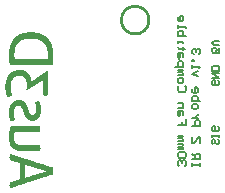
<source format=gbo>
G04 Layer_Color=32896*
%FSLAX43Y43*%
%MOMM*%
G71*
G01*
G75*
%ADD24C,0.254*%
%ADD28C,0.150*%
G36*
X5712Y10235D02*
X5738Y10232D01*
X5761Y10230D01*
X5780Y10228D01*
X5796Y10225D01*
X5806Y10223D01*
X5808D01*
X5857Y10214D01*
X5880Y10209D01*
X5899Y10205D01*
X5915Y10198D01*
X5929Y10195D01*
X5936Y10191D01*
X5939D01*
X5981Y10170D01*
X5999Y10160D01*
X6016Y10151D01*
X6030Y10144D01*
X6039Y10137D01*
X6046Y10135D01*
X6048Y10132D01*
X6083Y10109D01*
X6111Y10088D01*
X6123Y10079D01*
X6132Y10072D01*
X6137Y10067D01*
X6139Y10065D01*
X6169Y10034D01*
X6193Y10006D01*
X6202Y9995D01*
X6209Y9985D01*
X6214Y9981D01*
X6216Y9978D01*
X6242Y9943D01*
X6263Y9911D01*
X6270Y9897D01*
X6277Y9885D01*
X6279Y9878D01*
X6281Y9876D01*
X6300Y9836D01*
X6309Y9817D01*
X6316Y9799D01*
X6323Y9785D01*
X6328Y9773D01*
X6333Y9766D01*
Y9764D01*
X6349Y9722D01*
X6356Y9701D01*
X6361Y9685D01*
X6368Y9668D01*
X6370Y9657D01*
X6375Y9650D01*
Y9647D01*
X6384Y9624D01*
X6389Y9605D01*
X6393Y9594D01*
X6396Y9587D01*
Y9582D01*
X6398Y9577D01*
X6400Y9570D01*
X6403Y9561D01*
X6412Y9538D01*
X6424Y9507D01*
X6433Y9477D01*
X6442Y9451D01*
X6447Y9442D01*
X6449Y9433D01*
X6452Y9428D01*
Y9426D01*
X6461Y9393D01*
X6470Y9365D01*
X6475Y9353D01*
X6477Y9344D01*
X6480Y9339D01*
Y9337D01*
X6494Y9307D01*
X6503Y9281D01*
X6508Y9269D01*
X6510Y9262D01*
X6512Y9258D01*
Y9255D01*
X6524Y9228D01*
X6533Y9204D01*
X6538Y9195D01*
X6542Y9188D01*
X6545Y9183D01*
Y9181D01*
X6559Y9158D01*
X6573Y9137D01*
X6582Y9123D01*
X6584Y9120D01*
Y9118D01*
X6601Y9095D01*
X6615Y9078D01*
X6626Y9067D01*
X6631Y9062D01*
X6650Y9046D01*
X6668Y9034D01*
X6682Y9025D01*
X6685Y9022D01*
X6687D01*
X6710Y9011D01*
X6731Y9001D01*
X6748Y8997D01*
X6750Y8994D01*
X6752D01*
X6780Y8990D01*
X6806Y8987D01*
X6815Y8985D01*
X6832D01*
X6862Y8987D01*
X6890Y8992D01*
X6913Y8997D01*
X6934Y9004D01*
X6951Y9011D01*
X6965Y9018D01*
X6972Y9020D01*
X6974Y9022D01*
X6995Y9039D01*
X7013Y9055D01*
X7027Y9074D01*
X7041Y9090D01*
X7051Y9106D01*
X7058Y9118D01*
X7062Y9127D01*
X7065Y9130D01*
X7086Y9186D01*
X7093Y9211D01*
X7100Y9235D01*
X7107Y9255D01*
X7111Y9272D01*
X7114Y9281D01*
Y9286D01*
X7123Y9349D01*
X7125Y9377D01*
X7128Y9405D01*
X7130Y9428D01*
Y9444D01*
Y9456D01*
Y9461D01*
Y9493D01*
X7128Y9524D01*
Y9554D01*
X7125Y9580D01*
X7123Y9601D01*
Y9617D01*
X7121Y9626D01*
Y9631D01*
X7111Y9689D01*
X7107Y9717D01*
X7102Y9741D01*
X7097Y9761D01*
X7095Y9775D01*
X7090Y9787D01*
Y9789D01*
X7079Y9845D01*
X7072Y9869D01*
X7067Y9890D01*
X7062Y9908D01*
X7058Y9922D01*
X7055Y9932D01*
Y9934D01*
X7041Y9981D01*
X7034Y10002D01*
X7027Y10020D01*
X7023Y10037D01*
X7018Y10048D01*
X7016Y10055D01*
Y10058D01*
X7048Y10072D01*
X7076Y10083D01*
X7088Y10086D01*
X7097Y10090D01*
X7102Y10093D01*
X7104D01*
X7139Y10104D01*
X7170Y10116D01*
X7181Y10118D01*
X7191Y10121D01*
X7198Y10123D01*
X7200D01*
X7237Y10132D01*
X7254Y10137D01*
X7270Y10139D01*
X7282Y10142D01*
X7291Y10144D01*
X7298Y10146D01*
X7300D01*
X7338Y10153D01*
X7370Y10158D01*
X7384Y10160D01*
X7394Y10163D01*
X7403D01*
X7419Y10107D01*
X7429Y10081D01*
X7436Y10058D01*
X7440Y10037D01*
X7445Y10020D01*
X7450Y10011D01*
Y10006D01*
X7466Y9946D01*
X7473Y9915D01*
X7477Y9887D01*
X7484Y9864D01*
X7487Y9845D01*
X7491Y9834D01*
Y9829D01*
X7503Y9761D01*
X7508Y9729D01*
X7512Y9701D01*
X7515Y9675D01*
X7517Y9657D01*
X7519Y9645D01*
Y9640D01*
X7524Y9570D01*
Y9535D01*
X7526Y9507D01*
Y9482D01*
Y9461D01*
Y9449D01*
Y9447D01*
Y9444D01*
X7524Y9358D01*
X7519Y9281D01*
X7515Y9244D01*
X7510Y9209D01*
X7505Y9179D01*
X7503Y9148D01*
X7498Y9123D01*
X7494Y9099D01*
X7489Y9078D01*
X7484Y9062D01*
X7482Y9048D01*
X7480Y9039D01*
X7477Y9032D01*
Y9029D01*
X7457Y8964D01*
X7433Y8906D01*
X7408Y8854D01*
X7382Y8810D01*
X7361Y8775D01*
X7352Y8761D01*
X7342Y8750D01*
X7335Y8738D01*
X7331Y8731D01*
X7328Y8729D01*
X7326Y8726D01*
X7286Y8682D01*
X7247Y8645D01*
X7207Y8614D01*
X7170Y8589D01*
X7137Y8568D01*
X7111Y8554D01*
X7102Y8549D01*
X7095Y8544D01*
X7090Y8542D01*
X7088D01*
X7037Y8521D01*
X6983Y8507D01*
X6932Y8495D01*
X6883Y8488D01*
X6843Y8484D01*
X6825D01*
X6811Y8481D01*
X6780D01*
X6734Y8484D01*
X6692Y8486D01*
X6654Y8493D01*
X6619Y8500D01*
X6591Y8505D01*
X6573Y8512D01*
X6559Y8514D01*
X6556Y8516D01*
X6554D01*
X6517Y8533D01*
X6482Y8549D01*
X6452Y8568D01*
X6426Y8586D01*
X6405Y8603D01*
X6389Y8617D01*
X6379Y8626D01*
X6375Y8628D01*
X6347Y8656D01*
X6321Y8689D01*
X6298Y8719D01*
X6277Y8750D01*
X6258Y8778D01*
X6244Y8798D01*
X6235Y8812D01*
X6232Y8815D01*
Y8817D01*
X6207Y8864D01*
X6183Y8910D01*
X6160Y8957D01*
X6141Y9001D01*
X6127Y9039D01*
X6120Y9055D01*
X6113Y9069D01*
X6111Y9078D01*
X6106Y9088D01*
X6104Y9092D01*
Y9095D01*
X6097Y9113D01*
X6090Y9130D01*
X6088Y9139D01*
X6085Y9144D01*
X6083Y9148D01*
X6081Y9151D01*
Y9155D01*
X6076Y9165D01*
X6069Y9183D01*
X6060Y9207D01*
X6053Y9230D01*
X6043Y9251D01*
X6039Y9267D01*
X6036Y9269D01*
Y9272D01*
X6025Y9307D01*
X6016Y9337D01*
X6013Y9351D01*
X6009Y9360D01*
X6006Y9365D01*
Y9367D01*
X5995Y9400D01*
X5985Y9428D01*
X5983Y9437D01*
X5978Y9447D01*
X5976Y9451D01*
Y9454D01*
X5962Y9484D01*
X5950Y9507D01*
X5946Y9517D01*
X5941Y9524D01*
X5939Y9526D01*
Y9528D01*
X5922Y9554D01*
X5911Y9577D01*
X5904Y9587D01*
X5901Y9594D01*
X5897Y9596D01*
Y9598D01*
X5878Y9622D01*
X5862Y9638D01*
X5850Y9650D01*
X5848Y9654D01*
X5845D01*
X5824Y9673D01*
X5806Y9687D01*
X5789Y9696D01*
X5787Y9699D01*
X5785D01*
X5761Y9713D01*
X5738Y9722D01*
X5726Y9724D01*
X5719Y9727D01*
X5715Y9729D01*
X5712D01*
X5680Y9733D01*
X5649Y9736D01*
X5617D01*
X5584Y9733D01*
X5556Y9731D01*
X5547Y9729D01*
X5538D01*
X5533Y9727D01*
X5531D01*
X5500Y9715D01*
X5477Y9703D01*
X5468Y9699D01*
X5463Y9694D01*
X5458Y9692D01*
X5456Y9689D01*
X5430Y9671D01*
X5407Y9652D01*
X5398Y9645D01*
X5391Y9638D01*
X5388Y9636D01*
X5386Y9633D01*
X5363Y9610D01*
X5346Y9587D01*
X5339Y9577D01*
X5335Y9570D01*
X5330Y9566D01*
Y9563D01*
X5314Y9533D01*
X5300Y9505D01*
X5295Y9493D01*
X5290Y9484D01*
X5288Y9479D01*
Y9477D01*
X5274Y9442D01*
X5265Y9412D01*
X5260Y9398D01*
X5258Y9388D01*
X5255Y9381D01*
Y9379D01*
X5246Y9339D01*
X5244Y9321D01*
X5241Y9304D01*
X5239Y9290D01*
X5237Y9279D01*
Y9272D01*
Y9269D01*
X5234Y9230D01*
Y9211D01*
X5232Y9193D01*
Y9179D01*
Y9167D01*
Y9160D01*
Y9158D01*
X5234Y9097D01*
Y9071D01*
X5237Y9046D01*
Y9025D01*
X5239Y9008D01*
Y8999D01*
Y8994D01*
X5246Y8934D01*
X5251Y8908D01*
X5253Y8882D01*
X5258Y8861D01*
X5260Y8845D01*
X5262Y8836D01*
Y8831D01*
X5276Y8773D01*
X5283Y8745D01*
X5288Y8722D01*
X5293Y8703D01*
X5297Y8689D01*
X5300Y8677D01*
Y8675D01*
X5318Y8621D01*
X5325Y8596D01*
X5335Y8575D01*
X5342Y8556D01*
X5346Y8542D01*
X5349Y8533D01*
X5351Y8530D01*
X5314Y8516D01*
X5295Y8509D01*
X5281Y8505D01*
X5267Y8500D01*
X5258Y8495D01*
X5251Y8493D01*
X5248D01*
X5211Y8479D01*
X5195Y8474D01*
X5178Y8470D01*
X5167Y8465D01*
X5157Y8460D01*
X5150Y8458D01*
X5148D01*
X5108Y8446D01*
X5092Y8442D01*
X5076Y8437D01*
X5062Y8435D01*
X5053Y8432D01*
X5046Y8430D01*
X5043D01*
X5006Y8423D01*
X4976Y8421D01*
X4962Y8418D01*
X4952Y8416D01*
X4943D01*
X4922Y8474D01*
X4915Y8502D01*
X4908Y8526D01*
X4901Y8549D01*
X4896Y8565D01*
X4894Y8575D01*
Y8579D01*
X4878Y8642D01*
X4871Y8670D01*
X4866Y8698D01*
X4861Y8722D01*
X4857Y8738D01*
X4854Y8750D01*
Y8754D01*
X4843Y8824D01*
X4838Y8857D01*
X4836Y8887D01*
X4831Y8913D01*
Y8931D01*
X4829Y8945D01*
Y8950D01*
X4824Y9032D01*
Y9069D01*
X4822Y9104D01*
Y9132D01*
Y9155D01*
Y9165D01*
Y9172D01*
Y9174D01*
Y9176D01*
Y9221D01*
X4824Y9262D01*
X4826Y9302D01*
X4829Y9335D01*
X4831Y9363D01*
X4833Y9384D01*
X4836Y9398D01*
Y9402D01*
X4843Y9442D01*
X4850Y9482D01*
X4857Y9517D01*
X4866Y9547D01*
X4873Y9573D01*
X4878Y9594D01*
X4880Y9605D01*
X4882Y9610D01*
X4894Y9647D01*
X4906Y9680D01*
X4920Y9713D01*
X4929Y9738D01*
X4941Y9761D01*
X4948Y9778D01*
X4952Y9787D01*
X4955Y9792D01*
X4971Y9822D01*
X4987Y9852D01*
X5004Y9878D01*
X5018Y9901D01*
X5032Y9920D01*
X5041Y9934D01*
X5048Y9943D01*
X5050Y9946D01*
X5071Y9971D01*
X5092Y9997D01*
X5113Y10018D01*
X5132Y10037D01*
X5146Y10051D01*
X5157Y10062D01*
X5167Y10069D01*
X5169Y10072D01*
X5220Y10107D01*
X5244Y10123D01*
X5265Y10137D01*
X5283Y10146D01*
X5300Y10156D01*
X5309Y10160D01*
X5311Y10163D01*
X5370Y10188D01*
X5398Y10198D01*
X5423Y10205D01*
X5444Y10212D01*
X5461Y10216D01*
X5470Y10219D01*
X5475D01*
X5540Y10230D01*
X5570Y10232D01*
X5596Y10235D01*
X5619Y10237D01*
X5684D01*
X5712Y10235D01*
D02*
G37*
G36*
X7473Y8020D02*
X7475Y8001D01*
X7477Y7987D01*
Y7985D01*
Y7982D01*
X7480Y7959D01*
Y7938D01*
X7482Y7929D01*
Y7924D01*
Y7919D01*
Y7917D01*
X7484Y7894D01*
Y7873D01*
Y7859D01*
Y7856D01*
Y7854D01*
X7487Y7833D01*
X7489Y7814D01*
Y7801D01*
Y7798D01*
Y7796D01*
Y7773D01*
X7487Y7754D01*
X7484Y7740D01*
Y7738D01*
Y7735D01*
Y7712D01*
Y7693D01*
X7482Y7677D01*
Y7675D01*
Y7672D01*
X7480Y7647D01*
Y7626D01*
X7477Y7612D01*
Y7609D01*
Y7607D01*
X7475Y7584D01*
X7470Y7565D01*
X7468Y7553D01*
Y7551D01*
Y7549D01*
X5295D01*
X5276Y7479D01*
X5269Y7444D01*
X5265Y7413D01*
X5260Y7385D01*
X5255Y7364D01*
X5253Y7350D01*
Y7348D01*
Y7346D01*
X5246Y7264D01*
X5244Y7225D01*
Y7187D01*
X5241Y7155D01*
Y7131D01*
Y7122D01*
Y7115D01*
Y7110D01*
Y7108D01*
X5244Y7047D01*
Y7019D01*
X5246Y6996D01*
Y6975D01*
X5248Y6961D01*
Y6952D01*
Y6947D01*
X5253Y6919D01*
X5258Y6893D01*
X5262Y6870D01*
X5267Y6849D01*
X5269Y6831D01*
X5274Y6819D01*
X5276Y6810D01*
Y6807D01*
X5290Y6761D01*
X5300Y6740D01*
X5307Y6721D01*
X5314Y6705D01*
X5321Y6693D01*
X5323Y6686D01*
X5325Y6684D01*
X5351Y6646D01*
X5363Y6628D01*
X5374Y6614D01*
X5384Y6602D01*
X5393Y6593D01*
X5398Y6586D01*
X5400Y6583D01*
X5437Y6553D01*
X5472Y6527D01*
X5489Y6518D01*
X5500Y6511D01*
X5507Y6506D01*
X5510Y6504D01*
X5558Y6481D01*
X5582Y6471D01*
X5603Y6462D01*
X5624Y6457D01*
X5638Y6453D01*
X5647Y6448D01*
X5652D01*
X5712Y6432D01*
X5743Y6427D01*
X5771Y6422D01*
X5794Y6418D01*
X5813Y6415D01*
X5824Y6413D01*
X5829D01*
X5906Y6408D01*
X5943Y6406D01*
X5978D01*
X6009Y6404D01*
X7468D01*
X7473Y6380D01*
X7475Y6362D01*
X7477Y6348D01*
Y6346D01*
Y6343D01*
X7480Y6320D01*
Y6299D01*
X7482Y6283D01*
Y6280D01*
Y6278D01*
X7484Y6252D01*
Y6229D01*
Y6220D01*
Y6213D01*
Y6210D01*
Y6208D01*
X7487Y6187D01*
X7489Y6168D01*
Y6154D01*
Y6152D01*
Y6150D01*
Y6131D01*
X7487Y6112D01*
X7484Y6098D01*
Y6096D01*
Y6094D01*
Y6073D01*
Y6052D01*
X7482Y6042D01*
Y6035D01*
Y6031D01*
Y6028D01*
X7480Y5998D01*
X7475Y5972D01*
X7473Y5951D01*
Y5935D01*
X7470Y5921D01*
X7468Y5909D01*
Y5905D01*
Y5902D01*
X6032D01*
X5960Y5905D01*
X5894Y5907D01*
X5836Y5912D01*
X5785Y5916D01*
X5761Y5919D01*
X5740Y5921D01*
X5724D01*
X5710Y5923D01*
X5698Y5926D01*
X5689Y5928D01*
X5682D01*
X5626Y5937D01*
X5572Y5949D01*
X5526Y5961D01*
X5486Y5972D01*
X5454Y5982D01*
X5428Y5991D01*
X5419Y5993D01*
X5412Y5996D01*
X5409Y5998D01*
X5407D01*
X5365Y6017D01*
X5323Y6035D01*
X5288Y6054D01*
X5258Y6073D01*
X5232Y6089D01*
X5213Y6101D01*
X5202Y6110D01*
X5197Y6112D01*
X5164Y6138D01*
X5134Y6164D01*
X5106Y6187D01*
X5083Y6210D01*
X5064Y6229D01*
X5050Y6245D01*
X5041Y6255D01*
X5039Y6259D01*
X5015Y6292D01*
X4994Y6322D01*
X4976Y6353D01*
X4959Y6380D01*
X4948Y6404D01*
X4936Y6422D01*
X4931Y6434D01*
X4929Y6439D01*
X4901Y6513D01*
X4889Y6548D01*
X4880Y6581D01*
X4873Y6607D01*
X4868Y6628D01*
X4864Y6642D01*
Y6646D01*
X4857Y6688D01*
X4850Y6728D01*
X4845Y6768D01*
X4840Y6803D01*
X4836Y6831D01*
X4833Y6854D01*
Y6861D01*
X4831Y6868D01*
Y6870D01*
Y6872D01*
X4829Y6917D01*
X4826Y6961D01*
X4824Y7001D01*
Y7038D01*
X4822Y7071D01*
Y7094D01*
Y7103D01*
Y7110D01*
Y7113D01*
Y7115D01*
Y7164D01*
X4824Y7211D01*
Y7253D01*
X4826Y7292D01*
X4829Y7325D01*
Y7350D01*
X4831Y7360D01*
Y7367D01*
Y7369D01*
Y7371D01*
X4836Y7418D01*
X4843Y7462D01*
X4847Y7504D01*
X4854Y7542D01*
X4859Y7574D01*
X4864Y7598D01*
Y7607D01*
X4866Y7614D01*
Y7616D01*
Y7619D01*
X4875Y7665D01*
X4882Y7707D01*
X4892Y7747D01*
X4899Y7780D01*
X4903Y7810D01*
X4908Y7831D01*
X4913Y7845D01*
Y7849D01*
X4922Y7887D01*
X4931Y7922D01*
X4941Y7954D01*
X4948Y7985D01*
X4952Y8008D01*
X4957Y8024D01*
X4962Y8036D01*
Y8041D01*
X7468D01*
X7473Y8020D01*
D02*
G37*
G36*
X4924Y5681D02*
X4962Y5669D01*
X4997Y5658D01*
X5027Y5648D01*
X5050Y5641D01*
X5069Y5634D01*
X5080Y5632D01*
X5085Y5630D01*
X5118Y5620D01*
X5148Y5611D01*
X5174Y5602D01*
X5197Y5595D01*
X5218Y5590D01*
X5232Y5585D01*
X5241Y5581D01*
X5244D01*
X5302Y5562D01*
X5351Y5543D01*
X5393Y5529D01*
X5428Y5520D01*
X5454Y5511D01*
X5472Y5504D01*
X5484Y5501D01*
X5489Y5499D01*
X5521Y5487D01*
X5554Y5478D01*
X5586Y5466D01*
X5619Y5457D01*
X5645Y5448D01*
X5666Y5441D01*
X5680Y5436D01*
X5682Y5434D01*
X5684D01*
X5712Y5427D01*
X5738Y5420D01*
X5747Y5415D01*
X5757Y5413D01*
X5761Y5410D01*
X5764D01*
X5799Y5399D01*
X5829Y5387D01*
X5843Y5385D01*
X5852Y5380D01*
X5859Y5378D01*
X5862D01*
X5904Y5364D01*
X5925Y5359D01*
X5943Y5352D01*
X5960Y5348D01*
X5971Y5343D01*
X5981Y5338D01*
X5983D01*
X6034Y5322D01*
X6060Y5313D01*
X6083Y5306D01*
X6102Y5299D01*
X6118Y5294D01*
X6127Y5292D01*
X6132Y5289D01*
X6183Y5273D01*
X6235Y5257D01*
X6286Y5240D01*
X6335Y5224D01*
X6377Y5212D01*
X6396Y5205D01*
X6410Y5201D01*
X6424Y5196D01*
X6433Y5194D01*
X6438Y5191D01*
X6440D01*
X6508Y5168D01*
X6580Y5145D01*
X6647Y5124D01*
X6713Y5103D01*
X6743Y5093D01*
X6769Y5084D01*
X6792Y5075D01*
X6813Y5070D01*
X6829Y5063D01*
X6843Y5058D01*
X6850Y5056D01*
X6853D01*
X6911Y5037D01*
X6969Y5019D01*
X7088Y4979D01*
X7207Y4942D01*
X7263Y4923D01*
X7317Y4905D01*
X7368Y4888D01*
X7412Y4874D01*
X7454Y4860D01*
X7489Y4849D01*
X7517Y4839D01*
X7538Y4835D01*
X7552Y4830D01*
X7557Y4828D01*
X7634Y4802D01*
X7715Y4776D01*
X7876Y4723D01*
X7958Y4697D01*
X8037Y4671D01*
X8112Y4648D01*
X8184Y4625D01*
X8252Y4601D01*
X8315Y4583D01*
X8368Y4564D01*
X8417Y4550D01*
X8438Y4543D01*
X8454Y4536D01*
X8471Y4531D01*
X8485Y4527D01*
X8494Y4524D01*
X8501Y4522D01*
X8506Y4520D01*
X8508D01*
X8513Y4494D01*
X8515Y4471D01*
Y4461D01*
X8517Y4454D01*
Y4452D01*
Y4450D01*
X8520Y4422D01*
Y4399D01*
X8522Y4387D01*
Y4380D01*
Y4375D01*
Y4373D01*
X8524Y4345D01*
Y4322D01*
Y4312D01*
Y4305D01*
Y4301D01*
Y4298D01*
X8527Y4273D01*
Y4249D01*
Y4240D01*
Y4233D01*
Y4228D01*
Y4226D01*
Y4198D01*
Y4175D01*
X8524Y4163D01*
Y4156D01*
Y4151D01*
Y4149D01*
Y4121D01*
Y4095D01*
X8522Y4086D01*
Y4079D01*
Y4074D01*
Y4072D01*
X8520Y4044D01*
Y4021D01*
X8517Y4011D01*
Y4004D01*
Y4000D01*
Y3997D01*
X8515Y3972D01*
X8510Y3951D01*
X8508Y3935D01*
Y3932D01*
Y3930D01*
X8466Y3916D01*
X8427Y3904D01*
X8392Y3893D01*
X8361Y3883D01*
X8338Y3874D01*
X8319Y3867D01*
X8308Y3865D01*
X8303Y3862D01*
X8270Y3853D01*
X8242Y3844D01*
X8214Y3834D01*
X8191Y3827D01*
X8172Y3823D01*
X8158Y3818D01*
X8149Y3813D01*
X8147D01*
X8088Y3795D01*
X8039Y3778D01*
X7997Y3764D01*
X7963Y3753D01*
X7935Y3743D01*
X7916Y3736D01*
X7904Y3734D01*
X7900Y3732D01*
X7867Y3720D01*
X7834Y3711D01*
X7802Y3699D01*
X7771Y3690D01*
X7743Y3680D01*
X7722Y3676D01*
X7708Y3671D01*
X7706Y3669D01*
X7704D01*
X7678Y3659D01*
X7652Y3650D01*
X7643Y3648D01*
X7634Y3645D01*
X7629Y3643D01*
X7627D01*
X7592Y3631D01*
X7559Y3622D01*
X7547Y3617D01*
X7536Y3613D01*
X7529Y3610D01*
X7526D01*
X7484Y3596D01*
X7466Y3592D01*
X7447Y3585D01*
X7431Y3580D01*
X7419Y3575D01*
X7410Y3571D01*
X7408D01*
X7356Y3554D01*
X7331Y3545D01*
X7307Y3538D01*
X7286Y3531D01*
X7270Y3526D01*
X7261Y3524D01*
X7256Y3522D01*
X7205Y3505D01*
X7153Y3489D01*
X7102Y3473D01*
X7053Y3457D01*
X7011Y3443D01*
X6992Y3436D01*
X6979Y3431D01*
X6965Y3426D01*
X6955Y3424D01*
X6951Y3422D01*
X6948D01*
X6881Y3401D01*
X6808Y3377D01*
X6741Y3354D01*
X6678Y3335D01*
X6647Y3324D01*
X6622Y3317D01*
X6598Y3307D01*
X6577Y3303D01*
X6561Y3296D01*
X6547Y3291D01*
X6540Y3289D01*
X6538D01*
X6482Y3270D01*
X6421Y3251D01*
X6302Y3212D01*
X6183Y3174D01*
X6127Y3156D01*
X6074Y3137D01*
X6023Y3121D01*
X5976Y3107D01*
X5936Y3093D01*
X5899Y3081D01*
X5871Y3072D01*
X5850Y3067D01*
X5836Y3062D01*
X5834Y3060D01*
X5831D01*
X5754Y3034D01*
X5675Y3009D01*
X5512Y2955D01*
X5433Y2930D01*
X5353Y2904D01*
X5276Y2878D01*
X5204Y2855D01*
X5136Y2834D01*
X5076Y2813D01*
X5020Y2794D01*
X4973Y2780D01*
X4952Y2773D01*
X4936Y2766D01*
X4920Y2762D01*
X4906Y2757D01*
X4896Y2755D01*
X4889Y2752D01*
X4885Y2750D01*
X4882D01*
X4878Y2771D01*
X4873Y2790D01*
X4871Y2804D01*
Y2806D01*
Y2808D01*
X4868Y2832D01*
Y2850D01*
X4866Y2867D01*
Y2869D01*
Y2871D01*
X4864Y2897D01*
Y2920D01*
Y2927D01*
Y2934D01*
Y2939D01*
Y2941D01*
X4861Y2967D01*
Y2990D01*
Y2997D01*
Y3004D01*
Y3009D01*
Y3011D01*
Y3034D01*
X4864Y3055D01*
Y3072D01*
Y3074D01*
Y3076D01*
Y3102D01*
X4866Y3123D01*
Y3132D01*
Y3139D01*
Y3142D01*
Y3144D01*
X4868Y3167D01*
Y3186D01*
X4871Y3202D01*
Y3205D01*
Y3207D01*
X4875Y3233D01*
X4878Y3254D01*
X4880Y3263D01*
X4882Y3270D01*
Y3272D01*
Y3275D01*
X4983Y3305D01*
X5078Y3333D01*
X5167Y3359D01*
X5248Y3382D01*
X5323Y3403D01*
X5393Y3424D01*
X5454Y3443D01*
X5510Y3459D01*
X5558Y3473D01*
X5600Y3484D01*
X5638Y3496D01*
X5668Y3503D01*
X5689Y3510D01*
X5705Y3515D01*
X5717Y3519D01*
X5719D01*
Y3603D01*
Y3687D01*
Y3767D01*
Y3844D01*
Y3916D01*
Y3988D01*
Y4056D01*
Y4123D01*
Y4186D01*
Y4247D01*
Y4305D01*
Y4359D01*
Y4413D01*
Y4461D01*
Y4508D01*
Y4552D01*
Y4594D01*
Y4634D01*
Y4669D01*
Y4704D01*
Y4734D01*
Y4762D01*
Y4788D01*
Y4811D01*
Y4832D01*
Y4849D01*
Y4865D01*
Y4877D01*
Y4886D01*
Y4893D01*
Y4895D01*
Y4898D01*
X5696Y4905D01*
X5675Y4911D01*
X5656Y4918D01*
X5640Y4923D01*
X5612Y4930D01*
X5593Y4937D01*
X5582Y4939D01*
X5572Y4942D01*
X5568Y4944D01*
X5563Y4946D01*
X5556D01*
X5540Y4953D01*
X5517Y4960D01*
X5493Y4967D01*
X5470Y4974D01*
X5449Y4981D01*
X5435Y4984D01*
X5433Y4986D01*
X5430D01*
X5407Y4993D01*
X5384Y4998D01*
X5372Y5000D01*
X5365Y5002D01*
X5360Y5005D01*
X5358D01*
X5328Y5016D01*
X5297Y5026D01*
X5283Y5030D01*
X5272Y5033D01*
X5265Y5035D01*
X5262D01*
X5237Y5044D01*
X5209Y5054D01*
X5181Y5061D01*
X5157Y5068D01*
X5134Y5075D01*
X5118Y5079D01*
X5106Y5084D01*
X5101D01*
X5064Y5096D01*
X5027Y5107D01*
X4990Y5119D01*
X4957Y5128D01*
X4927Y5138D01*
X4903Y5145D01*
X4894Y5147D01*
X4887Y5149D01*
X4885Y5152D01*
X4882D01*
X4878Y5173D01*
X4873Y5194D01*
X4871Y5208D01*
Y5210D01*
Y5212D01*
X4868Y5236D01*
Y5259D01*
X4866Y5268D01*
Y5273D01*
Y5278D01*
Y5280D01*
X4864Y5303D01*
Y5327D01*
Y5336D01*
Y5341D01*
Y5345D01*
Y5348D01*
X4861Y5371D01*
Y5392D01*
Y5408D01*
Y5410D01*
Y5413D01*
Y5441D01*
X4864Y5464D01*
Y5471D01*
Y5478D01*
Y5483D01*
Y5485D01*
Y5511D01*
X4866Y5536D01*
Y5546D01*
Y5553D01*
Y5557D01*
Y5560D01*
X4868Y5588D01*
Y5611D01*
X4871Y5618D01*
Y5625D01*
Y5630D01*
Y5632D01*
X4875Y5658D01*
X4878Y5676D01*
X4882Y5690D01*
Y5693D01*
Y5695D01*
X4924Y5681D01*
D02*
G37*
G36*
X6771Y15973D02*
X6853Y15971D01*
X6930Y15964D01*
X7004Y15957D01*
X7074Y15948D01*
X7142Y15938D01*
X7202Y15927D01*
X7258Y15917D01*
X7310Y15906D01*
X7356Y15894D01*
X7396Y15885D01*
X7429Y15875D01*
X7454Y15868D01*
X7473Y15861D01*
X7484Y15859D01*
X7489Y15857D01*
X7552Y15833D01*
X7613Y15808D01*
X7671Y15780D01*
X7727Y15752D01*
X7778Y15721D01*
X7827Y15693D01*
X7872Y15663D01*
X7914Y15635D01*
X7951Y15607D01*
X7983Y15584D01*
X8011Y15560D01*
X8035Y15542D01*
X8053Y15525D01*
X8067Y15512D01*
X8077Y15505D01*
X8079Y15502D01*
X8123Y15456D01*
X8165Y15409D01*
X8203Y15360D01*
X8238Y15309D01*
X8270Y15260D01*
X8301Y15211D01*
X8326Y15162D01*
X8352Y15117D01*
X8373Y15073D01*
X8389Y15036D01*
X8406Y14999D01*
X8417Y14968D01*
X8429Y14945D01*
X8436Y14926D01*
X8438Y14915D01*
X8441Y14910D01*
X8461Y14842D01*
X8480Y14772D01*
X8496Y14700D01*
X8510Y14630D01*
X8522Y14558D01*
X8531Y14490D01*
X8541Y14423D01*
X8548Y14360D01*
X8552Y14301D01*
X8555Y14248D01*
X8557Y14199D01*
X8559Y14157D01*
X8562Y14124D01*
Y14110D01*
Y14098D01*
Y14089D01*
Y14082D01*
Y14080D01*
Y14078D01*
Y14033D01*
Y13991D01*
Y13952D01*
Y13917D01*
X8559Y13886D01*
Y13865D01*
Y13856D01*
Y13849D01*
Y13847D01*
Y13844D01*
X8557Y13800D01*
X8555Y13756D01*
X8552Y13714D01*
X8550Y13679D01*
X8548Y13646D01*
Y13623D01*
X8545Y13613D01*
Y13606D01*
Y13604D01*
Y13602D01*
X8543Y13560D01*
X8538Y13520D01*
X8536Y13485D01*
X8534Y13455D01*
X8531Y13432D01*
X8529Y13413D01*
X8527Y13401D01*
Y13397D01*
X8520Y13329D01*
X8517Y13299D01*
X8515Y13268D01*
X8513Y13245D01*
X8510Y13226D01*
X8508Y13215D01*
Y13210D01*
Y13201D01*
Y13198D01*
Y13191D01*
Y13189D01*
Y13187D01*
X4882D01*
X4873Y13252D01*
X4868Y13282D01*
X4866Y13313D01*
X4864Y13336D01*
X4861Y13357D01*
X4859Y13369D01*
Y13373D01*
X4852Y13448D01*
X4850Y13485D01*
X4847Y13518D01*
X4845Y13546D01*
X4843Y13569D01*
X4840Y13576D01*
Y13583D01*
Y13585D01*
Y13588D01*
X4836Y13630D01*
X4833Y13672D01*
X4831Y13711D01*
X4829Y13746D01*
X4826Y13777D01*
X4824Y13800D01*
Y13809D01*
Y13816D01*
Y13819D01*
Y13821D01*
Y13865D01*
X4822Y13907D01*
Y13947D01*
Y13982D01*
Y14012D01*
Y14036D01*
Y14045D01*
Y14052D01*
Y14054D01*
Y14057D01*
X4824Y14145D01*
X4826Y14229D01*
X4833Y14311D01*
X4840Y14388D01*
X4847Y14462D01*
X4859Y14530D01*
X4868Y14595D01*
X4880Y14653D01*
X4889Y14707D01*
X4901Y14754D01*
X4910Y14796D01*
X4917Y14831D01*
X4927Y14856D01*
X4931Y14877D01*
X4934Y14889D01*
X4936Y14894D01*
X4959Y14959D01*
X4983Y15022D01*
X5011Y15082D01*
X5039Y15138D01*
X5067Y15192D01*
X5094Y15241D01*
X5125Y15285D01*
X5150Y15327D01*
X5178Y15365D01*
X5202Y15397D01*
X5225Y15425D01*
X5244Y15449D01*
X5260Y15467D01*
X5272Y15479D01*
X5279Y15488D01*
X5281Y15491D01*
X5325Y15535D01*
X5372Y15577D01*
X5419Y15614D01*
X5468Y15649D01*
X5517Y15682D01*
X5565Y15712D01*
X5612Y15740D01*
X5656Y15763D01*
X5698Y15784D01*
X5738Y15803D01*
X5773Y15819D01*
X5803Y15831D01*
X5827Y15843D01*
X5845Y15850D01*
X5857Y15852D01*
X5862Y15854D01*
X5929Y15875D01*
X5999Y15894D01*
X6069Y15910D01*
X6139Y15924D01*
X6209Y15936D01*
X6277Y15945D01*
X6344Y15955D01*
X6407Y15962D01*
X6466Y15966D01*
X6519Y15969D01*
X6566Y15971D01*
X6608Y15973D01*
X6640Y15976D01*
X6687D01*
X6771Y15973D01*
D02*
G37*
G36*
X5822Y12788D02*
X5848Y12786D01*
X5873Y12783D01*
X5892Y12781D01*
X5908Y12779D01*
X5920Y12776D01*
X5922D01*
X5983Y12765D01*
X6011Y12758D01*
X6034Y12751D01*
X6055Y12744D01*
X6071Y12739D01*
X6081Y12737D01*
X6085Y12734D01*
X6144Y12711D01*
X6172Y12699D01*
X6195Y12688D01*
X6214Y12676D01*
X6228Y12669D01*
X6239Y12664D01*
X6242Y12662D01*
X6270Y12646D01*
X6295Y12630D01*
X6321Y12613D01*
X6340Y12597D01*
X6358Y12585D01*
X6370Y12574D01*
X6379Y12567D01*
X6382Y12564D01*
X6431Y12520D01*
X6452Y12499D01*
X6468Y12480D01*
X6484Y12462D01*
X6496Y12448D01*
X6503Y12438D01*
X6505Y12436D01*
X6542Y12382D01*
X6559Y12357D01*
X6573Y12331D01*
X6584Y12310D01*
X6594Y12294D01*
X6598Y12284D01*
X6601Y12280D01*
X6626Y12212D01*
X6638Y12179D01*
X6645Y12151D01*
X6652Y12126D01*
X6657Y12107D01*
X6661Y12093D01*
Y12091D01*
Y12089D01*
X6673Y12012D01*
X6678Y11974D01*
X6680Y11939D01*
X6682Y11909D01*
Y11888D01*
Y11879D01*
Y11872D01*
Y11869D01*
Y11867D01*
Y11855D01*
Y11851D01*
Y11848D01*
Y11839D01*
Y11832D01*
Y11827D01*
Y11825D01*
Y11813D01*
Y11811D01*
Y11809D01*
X6680Y11797D01*
X6678Y11792D01*
Y11790D01*
X6764Y11846D01*
X6848Y11902D01*
X6927Y11956D01*
X7004Y12007D01*
X7079Y12056D01*
X7151Y12103D01*
X7221Y12149D01*
X7289Y12193D01*
X7352Y12235D01*
X7415Y12275D01*
X7473Y12315D01*
X7529Y12352D01*
X7582Y12387D01*
X7631Y12420D01*
X7680Y12450D01*
X7725Y12480D01*
X7767Y12508D01*
X7806Y12534D01*
X7844Y12560D01*
X7879Y12581D01*
X7909Y12602D01*
X7937Y12620D01*
X7965Y12639D01*
X7988Y12653D01*
X8007Y12667D01*
X8025Y12678D01*
X8039Y12688D01*
X8053Y12697D01*
X8063Y12704D01*
X8070Y12706D01*
X8072Y12711D01*
X8074D01*
X8100Y12695D01*
X8119Y12683D01*
X8130Y12676D01*
X8133Y12674D01*
Y12630D01*
Y12609D01*
Y12592D01*
Y12578D01*
Y12569D01*
Y12562D01*
Y12560D01*
Y12525D01*
Y12497D01*
Y12487D01*
Y12478D01*
Y12473D01*
Y12471D01*
Y12429D01*
Y12392D01*
Y12361D01*
Y12338D01*
Y12319D01*
Y12305D01*
Y12298D01*
Y12296D01*
Y12273D01*
Y12247D01*
Y12219D01*
Y12189D01*
Y12163D01*
Y12142D01*
Y12126D01*
Y12124D01*
Y12121D01*
Y12098D01*
Y12075D01*
Y12065D01*
Y12058D01*
Y12054D01*
Y12051D01*
Y12023D01*
Y11995D01*
Y11984D01*
Y11977D01*
Y11970D01*
Y11967D01*
Y11939D01*
Y11911D01*
Y11881D01*
Y11855D01*
Y11832D01*
Y11811D01*
Y11799D01*
Y11797D01*
Y11795D01*
Y11757D01*
Y11718D01*
Y11678D01*
Y11641D01*
Y11611D01*
Y11585D01*
Y11576D01*
Y11569D01*
Y11564D01*
Y11562D01*
Y11496D01*
Y11429D01*
Y11363D01*
Y11300D01*
Y11272D01*
Y11247D01*
Y11223D01*
Y11202D01*
Y11188D01*
Y11175D01*
Y11168D01*
Y11165D01*
Y11077D01*
Y10986D01*
Y10897D01*
Y10853D01*
Y10813D01*
Y10776D01*
Y10741D01*
Y10708D01*
Y10683D01*
Y10662D01*
Y10645D01*
Y10636D01*
Y10631D01*
X8114Y10627D01*
X8095Y10624D01*
X8081Y10622D01*
X8079Y10620D01*
X8077D01*
X8056Y10617D01*
X8037D01*
X8023Y10615D01*
X8018D01*
X7995Y10613D01*
X7976D01*
X7963Y10610D01*
X7860D01*
X7841Y10613D01*
X7809D01*
X7797Y10615D01*
X7788D01*
X7750Y10620D01*
X7732Y10622D01*
X7718Y10624D01*
X7704Y10627D01*
X7694Y10629D01*
X7687Y10631D01*
X7685D01*
Y10710D01*
Y10787D01*
Y10862D01*
Y10934D01*
Y11004D01*
Y11072D01*
Y11137D01*
Y11198D01*
Y11258D01*
Y11314D01*
Y11368D01*
Y11422D01*
Y11471D01*
Y11517D01*
Y11562D01*
Y11604D01*
Y11641D01*
Y11678D01*
Y11713D01*
Y11743D01*
Y11774D01*
Y11799D01*
Y11823D01*
Y11844D01*
Y11865D01*
Y11881D01*
Y11895D01*
Y11904D01*
Y11914D01*
Y11921D01*
Y11923D01*
Y11925D01*
X7603Y11874D01*
X7524Y11823D01*
X7447Y11776D01*
X7375Y11729D01*
X7303Y11683D01*
X7235Y11641D01*
X7167Y11599D01*
X7104Y11557D01*
X7044Y11520D01*
X6986Y11482D01*
X6930Y11447D01*
X6876Y11412D01*
X6827Y11382D01*
X6778Y11352D01*
X6734Y11321D01*
X6689Y11296D01*
X6650Y11270D01*
X6612Y11244D01*
X6577Y11223D01*
X6545Y11202D01*
X6515Y11184D01*
X6489Y11165D01*
X6463Y11151D01*
X6442Y11137D01*
X6421Y11123D01*
X6405Y11114D01*
X6391Y11105D01*
X6379Y11098D01*
X6370Y11091D01*
X6363Y11086D01*
X6361Y11084D01*
X6358D01*
X6347Y11091D01*
X6342Y11095D01*
X6337D01*
X6333Y11100D01*
X6326Y11105D01*
X6316Y11109D01*
X6307Y11116D01*
X6298Y11121D01*
X6293Y11123D01*
X6291Y11126D01*
X6298Y11163D01*
X6305Y11193D01*
X6307Y11207D01*
Y11216D01*
X6309Y11223D01*
Y11226D01*
X6316Y11265D01*
X6319Y11282D01*
X6321Y11298D01*
Y11312D01*
X6323Y11321D01*
Y11328D01*
Y11331D01*
X6326Y11368D01*
Y11398D01*
X6328Y11412D01*
Y11422D01*
Y11429D01*
Y11431D01*
X6330Y11468D01*
Y11487D01*
Y11501D01*
Y11515D01*
Y11524D01*
Y11531D01*
Y11534D01*
X6328Y11594D01*
X6326Y11650D01*
X6319Y11701D01*
X6312Y11746D01*
X6305Y11783D01*
X6302Y11797D01*
X6300Y11811D01*
X6298Y11820D01*
X6295Y11827D01*
X6293Y11832D01*
Y11834D01*
X6277Y11883D01*
X6258Y11928D01*
X6239Y11970D01*
X6221Y12005D01*
X6204Y12033D01*
X6190Y12056D01*
X6181Y12070D01*
X6179Y12075D01*
X6148Y12112D01*
X6118Y12142D01*
X6085Y12168D01*
X6055Y12191D01*
X6030Y12207D01*
X6006Y12219D01*
X5992Y12226D01*
X5990Y12228D01*
X5988D01*
X5943Y12247D01*
X5897Y12259D01*
X5850Y12268D01*
X5808Y12275D01*
X5771Y12280D01*
X5754D01*
X5740Y12282D01*
X5677D01*
X5640Y12280D01*
X5607Y12275D01*
X5579Y12273D01*
X5554Y12268D01*
X5538Y12263D01*
X5526Y12261D01*
X5521D01*
X5491Y12254D01*
X5461Y12245D01*
X5435Y12238D01*
X5412Y12228D01*
X5391Y12219D01*
X5377Y12214D01*
X5367Y12210D01*
X5365Y12207D01*
X5339Y12193D01*
X5314Y12179D01*
X5293Y12163D01*
X5272Y12151D01*
X5258Y12140D01*
X5244Y12131D01*
X5237Y12124D01*
X5234Y12121D01*
X5192Y12084D01*
X5174Y12065D01*
X5160Y12047D01*
X5146Y12033D01*
X5136Y12021D01*
X5132Y12012D01*
X5129Y12009D01*
X5097Y11963D01*
X5083Y11939D01*
X5074Y11918D01*
X5064Y11902D01*
X5057Y11886D01*
X5053Y11876D01*
X5050Y11874D01*
X5029Y11820D01*
X5020Y11795D01*
X5013Y11769D01*
X5006Y11748D01*
X5001Y11732D01*
X4997Y11722D01*
Y11718D01*
X4985Y11655D01*
X4978Y11625D01*
X4976Y11599D01*
X4971Y11576D01*
X4969Y11559D01*
X4966Y11548D01*
Y11543D01*
X4962Y11478D01*
X4959Y11445D01*
Y11417D01*
X4957Y11391D01*
Y11373D01*
Y11361D01*
Y11356D01*
Y11314D01*
X4959Y11275D01*
Y11240D01*
X4962Y11207D01*
X4964Y11179D01*
Y11161D01*
X4966Y11147D01*
Y11144D01*
Y11142D01*
X4971Y11105D01*
X4976Y11070D01*
X4980Y11039D01*
X4985Y11009D01*
X4990Y10986D01*
X4994Y10969D01*
X4997Y10958D01*
Y10953D01*
X5015Y10888D01*
X5022Y10860D01*
X5029Y10834D01*
X5036Y10811D01*
X5041Y10794D01*
X5046Y10785D01*
Y10780D01*
X5067Y10720D01*
X5076Y10692D01*
X5085Y10666D01*
X5092Y10645D01*
X5099Y10629D01*
X5101Y10620D01*
X5104Y10615D01*
X5067Y10594D01*
X5048Y10585D01*
X5034Y10578D01*
X5020Y10571D01*
X5011Y10566D01*
X5004Y10564D01*
X5001Y10561D01*
X4964Y10545D01*
X4945Y10538D01*
X4929Y10531D01*
X4915Y10524D01*
X4906Y10522D01*
X4899Y10517D01*
X4896D01*
X4859Y10503D01*
X4840Y10496D01*
X4824Y10491D01*
X4810Y10487D01*
X4798Y10482D01*
X4791Y10480D01*
X4789D01*
X4749Y10470D01*
X4731Y10468D01*
X4714Y10463D01*
X4700Y10461D01*
X4689D01*
X4682Y10459D01*
X4679D01*
X4649Y10538D01*
X4637Y10575D01*
X4626Y10608D01*
X4616Y10636D01*
X4612Y10659D01*
X4607Y10673D01*
X4605Y10676D01*
Y10678D01*
X4584Y10757D01*
X4575Y10794D01*
X4568Y10829D01*
X4563Y10857D01*
X4558Y10881D01*
X4554Y10895D01*
Y10897D01*
Y10899D01*
X4542Y10981D01*
X4535Y11021D01*
X4533Y11056D01*
X4528Y11084D01*
X4526Y11107D01*
Y11116D01*
X4523Y11123D01*
Y11126D01*
Y11128D01*
X4521Y11172D01*
X4519Y11216D01*
X4516Y11258D01*
Y11296D01*
X4514Y11326D01*
Y11352D01*
Y11361D01*
Y11368D01*
Y11370D01*
Y11373D01*
Y11426D01*
X4516Y11478D01*
X4519Y11527D01*
X4523Y11569D01*
X4526Y11604D01*
Y11618D01*
X4528Y11632D01*
Y11641D01*
X4530Y11648D01*
Y11653D01*
Y11655D01*
X4540Y11706D01*
X4549Y11755D01*
X4558Y11799D01*
X4565Y11839D01*
X4575Y11874D01*
X4582Y11900D01*
X4584Y11909D01*
Y11916D01*
X4586Y11918D01*
Y11921D01*
X4600Y11967D01*
X4616Y12012D01*
X4633Y12054D01*
X4647Y12091D01*
X4661Y12121D01*
X4670Y12144D01*
X4675Y12151D01*
X4677Y12158D01*
X4679Y12161D01*
Y12163D01*
X4700Y12203D01*
X4724Y12242D01*
X4747Y12277D01*
X4768Y12310D01*
X4787Y12336D01*
X4801Y12357D01*
X4812Y12368D01*
X4815Y12373D01*
X4845Y12408D01*
X4875Y12441D01*
X4903Y12469D01*
X4929Y12494D01*
X4952Y12515D01*
X4971Y12532D01*
X4983Y12543D01*
X4987Y12546D01*
X5025Y12571D01*
X5062Y12597D01*
X5099Y12618D01*
X5132Y12639D01*
X5160Y12653D01*
X5183Y12667D01*
X5190Y12671D01*
X5197Y12674D01*
X5199Y12676D01*
X5202D01*
X5246Y12697D01*
X5293Y12713D01*
X5337Y12727D01*
X5377Y12741D01*
X5409Y12751D01*
X5426Y12753D01*
X5437Y12758D01*
X5447Y12760D01*
X5454D01*
X5458Y12762D01*
X5461D01*
X5514Y12772D01*
X5565Y12779D01*
X5617Y12783D01*
X5663Y12788D01*
X5703D01*
X5719Y12790D01*
X5761D01*
X5822Y12788D01*
D02*
G37*
%LPC*%
G36*
X6752Y15430D02*
X6629D01*
X6559Y15425D01*
X6494Y15423D01*
X6466Y15421D01*
X6438Y15418D01*
X6412Y15416D01*
X6391Y15414D01*
X6372Y15411D01*
X6356Y15409D01*
X6342Y15407D01*
X6333D01*
X6328Y15404D01*
X6326D01*
X6263Y15395D01*
X6204Y15383D01*
X6151Y15372D01*
X6106Y15360D01*
X6069Y15351D01*
X6053Y15346D01*
X6039Y15341D01*
X6030Y15339D01*
X6023Y15337D01*
X6018Y15334D01*
X6016D01*
X5964Y15316D01*
X5918Y15297D01*
X5876Y15276D01*
X5841Y15260D01*
X5810Y15243D01*
X5787Y15229D01*
X5773Y15220D01*
X5771Y15218D01*
X5768D01*
X5729Y15192D01*
X5694Y15164D01*
X5661Y15138D01*
X5633Y15115D01*
X5610Y15094D01*
X5593Y15075D01*
X5584Y15066D01*
X5579Y15061D01*
X5549Y15029D01*
X5524Y14994D01*
X5500Y14961D01*
X5479Y14931D01*
X5463Y14905D01*
X5449Y14887D01*
X5442Y14873D01*
X5440Y14870D01*
Y14868D01*
X5419Y14828D01*
X5400Y14789D01*
X5386Y14749D01*
X5372Y14714D01*
X5363Y14684D01*
X5356Y14660D01*
X5351Y14651D01*
Y14644D01*
X5349Y14642D01*
Y14639D01*
X5337Y14593D01*
X5325Y14546D01*
X5316Y14504D01*
X5309Y14465D01*
X5304Y14430D01*
X5300Y14404D01*
Y14395D01*
X5297Y14388D01*
Y14383D01*
Y14381D01*
X5288Y14280D01*
X5286Y14231D01*
X5283Y14189D01*
X5281Y14152D01*
Y14136D01*
Y14122D01*
Y14110D01*
Y14103D01*
Y14098D01*
Y14096D01*
Y14054D01*
Y14036D01*
X5283Y14019D01*
Y14005D01*
Y13994D01*
Y13987D01*
Y13984D01*
X5286Y13945D01*
Y13926D01*
Y13910D01*
X5288Y13898D01*
Y13886D01*
Y13879D01*
Y13877D01*
X5293Y13837D01*
X5295Y13802D01*
X5297Y13772D01*
X5300Y13746D01*
X5302Y13728D01*
X5304Y13714D01*
Y13704D01*
Y13702D01*
X8084D01*
X8088Y13735D01*
X8091Y13765D01*
X8093Y13777D01*
Y13786D01*
Y13793D01*
Y13795D01*
X8098Y13835D01*
X8100Y13851D01*
Y13868D01*
X8102Y13882D01*
Y13893D01*
Y13900D01*
Y13903D01*
X8105Y13945D01*
Y13961D01*
Y13980D01*
Y13991D01*
Y14003D01*
Y14010D01*
Y14012D01*
Y14050D01*
Y14068D01*
Y14082D01*
Y14094D01*
Y14105D01*
Y14110D01*
Y14112D01*
Y14166D01*
X8102Y14217D01*
X8098Y14264D01*
X8095Y14306D01*
X8091Y14341D01*
X8088Y14357D01*
X8086Y14369D01*
Y14378D01*
X8084Y14385D01*
Y14390D01*
Y14392D01*
X8077Y14441D01*
X8067Y14488D01*
X8058Y14532D01*
X8049Y14569D01*
X8042Y14602D01*
X8035Y14625D01*
X8032Y14635D01*
X8030Y14642D01*
X8028Y14644D01*
Y14646D01*
X8014Y14691D01*
X7997Y14733D01*
X7981Y14772D01*
X7965Y14805D01*
X7951Y14833D01*
X7939Y14854D01*
X7932Y14868D01*
X7930Y14873D01*
X7907Y14910D01*
X7881Y14947D01*
X7855Y14980D01*
X7832Y15008D01*
X7813Y15031D01*
X7797Y15050D01*
X7788Y15059D01*
X7783Y15064D01*
X7750Y15094D01*
X7715Y15124D01*
X7685Y15150D01*
X7655Y15173D01*
X7629Y15192D01*
X7608Y15206D01*
X7594Y15215D01*
X7592Y15218D01*
X7589D01*
X7547Y15243D01*
X7505Y15267D01*
X7464Y15285D01*
X7426Y15302D01*
X7396Y15316D01*
X7370Y15325D01*
X7361Y15330D01*
X7354Y15332D01*
X7349Y15334D01*
X7347D01*
X7296Y15351D01*
X7244Y15365D01*
X7193Y15376D01*
X7149Y15388D01*
X7109Y15395D01*
X7093Y15397D01*
X7079Y15400D01*
X7067Y15402D01*
X7058Y15404D01*
X7051D01*
X6990Y15414D01*
X6930Y15418D01*
X6871Y15423D01*
X6818Y15428D01*
X6771D01*
X6752Y15430D01*
D02*
G37*
G36*
X6169Y4762D02*
X6167D01*
Y4629D01*
Y4503D01*
Y4387D01*
Y4280D01*
Y4179D01*
Y4088D01*
Y4007D01*
Y3935D01*
Y3869D01*
Y3813D01*
Y3764D01*
Y3727D01*
Y3697D01*
Y3673D01*
Y3662D01*
Y3657D01*
X6281Y3692D01*
X6391Y3725D01*
X6498Y3755D01*
X6601Y3785D01*
X6701Y3816D01*
X6797Y3844D01*
X6890Y3872D01*
X6979Y3897D01*
X7062Y3923D01*
X7144Y3946D01*
X7221Y3969D01*
X7296Y3993D01*
X7366Y4014D01*
X7433Y4032D01*
X7496Y4051D01*
X7557Y4070D01*
X7613Y4086D01*
X7664Y4102D01*
X7713Y4116D01*
X7760Y4130D01*
X7799Y4142D01*
X7839Y4154D01*
X7872Y4163D01*
X7904Y4172D01*
X7930Y4182D01*
X7953Y4189D01*
X7974Y4193D01*
X7990Y4198D01*
X8002Y4203D01*
X8011Y4205D01*
X8016Y4207D01*
X8018D01*
X7904Y4242D01*
X7795Y4275D01*
X7687Y4308D01*
X7585Y4338D01*
X7484Y4368D01*
X7389Y4396D01*
X7296Y4424D01*
X7207Y4450D01*
X7123Y4475D01*
X7041Y4501D01*
X6965Y4524D01*
X6890Y4545D01*
X6820Y4566D01*
X6752Y4587D01*
X6689Y4606D01*
X6629Y4625D01*
X6573Y4641D01*
X6521Y4657D01*
X6473Y4671D01*
X6428Y4685D01*
X6386Y4697D01*
X6347Y4709D01*
X6314Y4718D01*
X6284Y4727D01*
X6256Y4737D01*
X6232Y4744D01*
X6211Y4748D01*
X6195Y4753D01*
X6183Y4758D01*
X6174Y4760D01*
X6169Y4762D01*
D02*
G37*
%LPD*%
D24*
X16671Y17000D02*
G03*
X16671Y17000I-1171J0D01*
G01*
D28*
X19688Y4650D02*
X19805Y4767D01*
Y5000D01*
X19688Y5117D01*
X19572D01*
X19455Y5000D01*
Y4883D01*
Y5000D01*
X19338Y5117D01*
X19222D01*
X19105Y5000D01*
Y4767D01*
X19222Y4650D01*
X19688Y5350D02*
X19805Y5466D01*
Y5700D01*
X19688Y5816D01*
X19222D01*
X19105Y5700D01*
Y5466D01*
X19222Y5350D01*
X19688D01*
X19105Y6050D02*
X19572D01*
Y6166D01*
X19455Y6283D01*
X19105D01*
X19455D01*
X19572Y6399D01*
X19455Y6516D01*
X19105D01*
Y6749D02*
X19572D01*
Y6866D01*
X19455Y6983D01*
X19105D01*
X19455D01*
X19572Y7099D01*
X19455Y7216D01*
X19105D01*
X19805Y8615D02*
Y8149D01*
X19455D01*
Y8382D01*
Y8149D01*
X19105D01*
X19572Y8965D02*
Y9199D01*
X19455Y9315D01*
X19105D01*
Y8965D01*
X19222Y8849D01*
X19338Y8965D01*
Y9315D01*
X19105Y9548D02*
X19572D01*
Y9898D01*
X19455Y10015D01*
X19105D01*
X19688Y11414D02*
X19805Y11298D01*
Y11065D01*
X19688Y10948D01*
X19222D01*
X19105Y11065D01*
Y11298D01*
X19222Y11414D01*
X19105Y11764D02*
Y11998D01*
X19222Y12114D01*
X19455D01*
X19572Y11998D01*
Y11764D01*
X19455Y11648D01*
X19222D01*
X19105Y11764D01*
Y12348D02*
X19572D01*
Y12464D01*
X19455Y12581D01*
X19105D01*
X19455D01*
X19572Y12697D01*
X19455Y12814D01*
X19105D01*
X18872Y13047D02*
X19572D01*
Y13397D01*
X19455Y13514D01*
X19222D01*
X19105Y13397D01*
Y13047D01*
X19572Y13864D02*
Y14097D01*
X19455Y14214D01*
X19105D01*
Y13864D01*
X19222Y13747D01*
X19338Y13864D01*
Y14214D01*
X19688Y14563D02*
X19572D01*
Y14447D01*
Y14680D01*
Y14563D01*
X19222D01*
X19105Y14680D01*
Y15030D02*
Y15263D01*
Y15147D01*
X19572D01*
Y15030D01*
X19805Y15613D02*
X19105D01*
Y15963D01*
X19222Y16080D01*
X19338D01*
X19455D01*
X19572Y15963D01*
Y15613D01*
X19105Y16313D02*
Y16546D01*
Y16430D01*
X19805D01*
Y16313D01*
X19105Y17246D02*
Y17013D01*
X19222Y16896D01*
X19455D01*
X19572Y17013D01*
Y17246D01*
X19455Y17363D01*
X19338D01*
Y16896D01*
X21028Y4650D02*
Y4883D01*
Y4767D01*
X20328D01*
Y4650D01*
Y4883D01*
Y5233D02*
X21028D01*
Y5583D01*
X20911Y5700D01*
X20678D01*
X20561Y5583D01*
Y5233D01*
Y5466D02*
X20328Y5700D01*
X21028Y6633D02*
Y7099D01*
X20911D01*
X20445Y6633D01*
X20328D01*
Y7099D01*
Y8032D02*
X21028D01*
Y8382D01*
X20911Y8499D01*
X20678D01*
X20561Y8382D01*
Y8032D01*
X20795Y8732D02*
X20328D01*
X20561D01*
X20678Y8849D01*
X20795Y8965D01*
Y9082D01*
X20328Y9548D02*
Y9782D01*
X20445Y9898D01*
X20678D01*
X20795Y9782D01*
Y9548D01*
X20678Y9432D01*
X20445D01*
X20328Y9548D01*
X21028Y10132D02*
X20328D01*
Y10481D01*
X20445Y10598D01*
X20561D01*
X20678D01*
X20795Y10481D01*
Y10132D01*
X20328Y11181D02*
Y10948D01*
X20445Y10831D01*
X20678D01*
X20795Y10948D01*
Y11181D01*
X20678Y11298D01*
X20561D01*
Y10831D01*
X20795Y12231D02*
X20328Y12464D01*
X20795Y12697D01*
X20328Y12931D02*
Y13164D01*
Y13047D01*
X21028D01*
X20911Y12931D01*
X20328Y13514D02*
X20445D01*
Y13630D01*
X20328D01*
Y13514D01*
X20911Y14097D02*
X21028Y14214D01*
Y14447D01*
X20911Y14563D01*
X20795D01*
X20678Y14447D01*
Y14330D01*
Y14447D01*
X20561Y14563D01*
X20445D01*
X20328Y14447D01*
Y14214D01*
X20445Y14097D01*
X22600Y14650D02*
Y14250D01*
X22300D01*
X22400Y14450D01*
Y14550D01*
X22300Y14650D01*
X22100D01*
X22000Y14550D01*
Y14350D01*
X22100Y14250D01*
X22600Y14850D02*
X22200D01*
X22000Y15050D01*
X22200Y15250D01*
X22600D01*
X22500Y11900D02*
X22600Y11800D01*
Y11600D01*
X22500Y11500D01*
X22100D01*
X22000Y11600D01*
Y11800D01*
X22100Y11900D01*
X22300D01*
Y11700D01*
X22000Y12100D02*
X22600D01*
X22000Y12500D01*
X22600D01*
Y12700D02*
X22000D01*
Y13000D01*
X22100Y13099D01*
X22500D01*
X22600Y13000D01*
Y12700D01*
X22500Y6900D02*
X22600Y6800D01*
Y6600D01*
X22500Y6500D01*
X22400D01*
X22300Y6600D01*
Y6800D01*
X22200Y6900D01*
X22100D01*
X22000Y6800D01*
Y6600D01*
X22100Y6500D01*
X22600Y7100D02*
Y7300D01*
Y7200D01*
X22000D01*
Y7100D01*
Y7300D01*
X22500Y8000D02*
X22600Y7900D01*
Y7700D01*
X22500Y7600D01*
X22100D01*
X22000Y7700D01*
Y7900D01*
X22100Y8000D01*
X22300D01*
Y7800D01*
M02*

</source>
